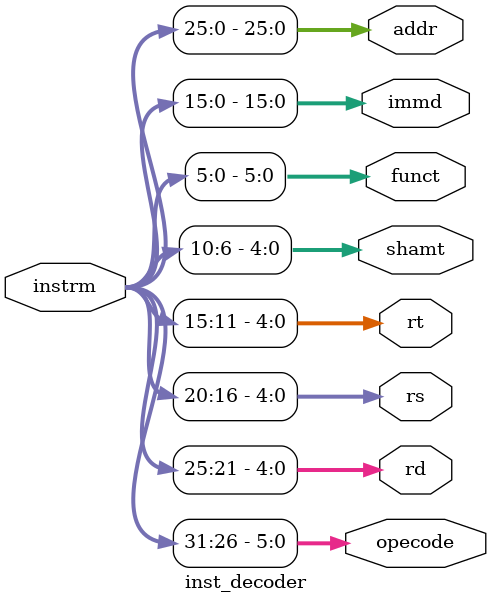
<source format=v>
`timescale 1ns / 100ps
`default_nettype none

module inst_decoder(
   input wire [31:0] instrm,
   output wire [5:0] opecode,
   output wire [4:0] rd,
   output wire [4:0] rs,
   output wire [4:0] rt,
   output wire [4:0] shamt,
   output wire [5:0] funct,
   output wire [15:0] immd,
   output wire [25:0] addr);

   assign opecode = instrm[31:26];

   assign rd = instrm[25:21];
   assign rs = instrm[20:16];
   assign rt = instrm[15:11];

   assign shamt = instrm[10:6];
   assign funct = instrm[5:0];

   assign immd = instrm[15:0];
   assign addr = instrm[25:0];
   
endmodule

`default_nettype wire

</source>
